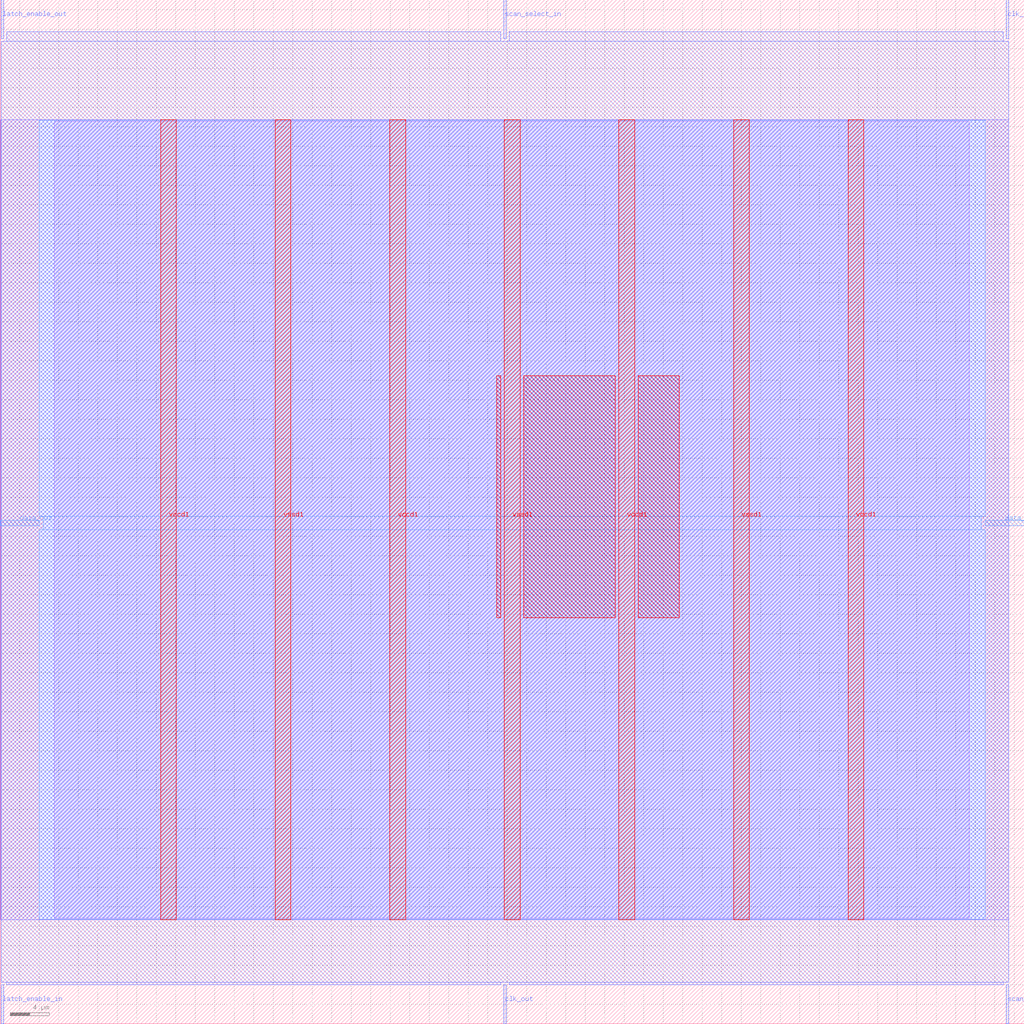
<source format=lef>
VERSION 5.7 ;
  NOWIREEXTENSIONATPIN ON ;
  DIVIDERCHAR "/" ;
  BUSBITCHARS "[]" ;
MACRO scan_wrapper_341520747710120530
  CLASS BLOCK ;
  FOREIGN scan_wrapper_341520747710120530 ;
  ORIGIN 0.000 0.000 ;
  SIZE 105.000 BY 105.000 ;
  PIN clk_in
    DIRECTION INPUT ;
    USE SIGNAL ;
    PORT
      LAYER met2 ;
        RECT 103.130 101.000 103.410 105.000 ;
    END
  END clk_in
  PIN clk_out
    DIRECTION OUTPUT TRISTATE ;
    USE SIGNAL ;
    PORT
      LAYER met2 ;
        RECT 51.610 0.000 51.890 4.000 ;
    END
  END clk_out
  PIN data_in
    DIRECTION INPUT ;
    USE SIGNAL ;
    PORT
      LAYER met3 ;
        RECT 101.000 51.040 105.000 51.640 ;
    END
  END data_in
  PIN data_out
    DIRECTION OUTPUT TRISTATE ;
    USE SIGNAL ;
    PORT
      LAYER met3 ;
        RECT 0.000 51.040 4.000 51.640 ;
    END
  END data_out
  PIN latch_enable_in
    DIRECTION INPUT ;
    USE SIGNAL ;
    PORT
      LAYER met2 ;
        RECT 0.090 0.000 0.370 4.000 ;
    END
  END latch_enable_in
  PIN latch_enable_out
    DIRECTION OUTPUT TRISTATE ;
    USE SIGNAL ;
    PORT
      LAYER met2 ;
        RECT 0.090 101.000 0.370 105.000 ;
    END
  END latch_enable_out
  PIN scan_select_in
    DIRECTION INPUT ;
    USE SIGNAL ;
    PORT
      LAYER met2 ;
        RECT 51.610 101.000 51.890 105.000 ;
    END
  END scan_select_in
  PIN scan_select_out
    DIRECTION OUTPUT TRISTATE ;
    USE SIGNAL ;
    PORT
      LAYER met2 ;
        RECT 103.130 0.000 103.410 4.000 ;
    END
  END scan_select_out
  PIN vccd1
    DIRECTION INOUT ;
    USE POWER ;
    PORT
      LAYER met4 ;
        RECT 16.465 10.640 18.065 92.720 ;
    END
    PORT
      LAYER met4 ;
        RECT 39.955 10.640 41.555 92.720 ;
    END
    PORT
      LAYER met4 ;
        RECT 63.445 10.640 65.045 92.720 ;
    END
    PORT
      LAYER met4 ;
        RECT 86.935 10.640 88.535 92.720 ;
    END
  END vccd1
  PIN vssd1
    DIRECTION INOUT ;
    USE GROUND ;
    PORT
      LAYER met4 ;
        RECT 28.210 10.640 29.810 92.720 ;
    END
    PORT
      LAYER met4 ;
        RECT 51.700 10.640 53.300 92.720 ;
    END
    PORT
      LAYER met4 ;
        RECT 75.190 10.640 76.790 92.720 ;
    END
  END vssd1
  OBS
      LAYER li1 ;
        RECT 5.520 10.795 99.360 92.565 ;
      LAYER met1 ;
        RECT 0.070 10.640 103.430 92.720 ;
      LAYER met2 ;
        RECT 0.650 100.720 51.330 101.730 ;
        RECT 52.170 100.720 102.850 101.730 ;
        RECT 0.100 4.280 103.400 100.720 ;
        RECT 0.650 4.000 51.330 4.280 ;
        RECT 52.170 4.000 102.850 4.280 ;
      LAYER met3 ;
        RECT 4.000 52.040 101.000 92.645 ;
        RECT 4.400 50.640 100.600 52.040 ;
        RECT 4.000 10.715 101.000 50.640 ;
      LAYER met4 ;
        RECT 50.895 41.655 51.300 66.465 ;
        RECT 53.700 41.655 63.045 66.465 ;
        RECT 65.445 41.655 69.625 66.465 ;
  END
END scan_wrapper_341520747710120530
END LIBRARY


</source>
